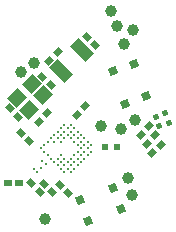
<source format=gtp>
%FSLAX24Y24*%
%MOIN*%
G70*
G01*
G75*
G04 Layer_Color=8421504*
%ADD10C,0.0500*%
%ADD11C,0.0060*%
G04:AMPARAMS|DCode=12|XSize=19.7mil|YSize=23.6mil|CornerRadius=0mil|HoleSize=0mil|Usage=FLASHONLY|Rotation=225.000|XOffset=0mil|YOffset=0mil|HoleType=Round|Shape=Rectangle|*
%AMROTATEDRECTD12*
4,1,4,-0.0014,0.0153,0.0153,-0.0014,0.0014,-0.0153,-0.0153,0.0014,-0.0014,0.0153,0.0*
%
%ADD12ROTATEDRECTD12*%

G04:AMPARAMS|DCode=13|XSize=21.7mil|YSize=23.6mil|CornerRadius=0mil|HoleSize=0mil|Usage=FLASHONLY|Rotation=135.000|XOffset=0mil|YOffset=0mil|HoleType=Round|Shape=Rectangle|*
%AMROTATEDRECTD13*
4,1,4,0.0160,0.0007,-0.0007,-0.0160,-0.0160,-0.0007,0.0007,0.0160,0.0160,0.0007,0.0*
%
%ADD13ROTATEDRECTD13*%

%ADD14C,0.0394*%
G04:AMPARAMS|DCode=15|XSize=19.7mil|YSize=23.6mil|CornerRadius=0mil|HoleSize=0mil|Usage=FLASHONLY|Rotation=135.000|XOffset=0mil|YOffset=0mil|HoleType=Round|Shape=Rectangle|*
%AMROTATEDRECTD15*
4,1,4,0.0153,0.0014,-0.0014,-0.0153,-0.0153,-0.0014,0.0014,0.0153,0.0153,0.0014,0.0*
%
%ADD15ROTATEDRECTD15*%

%ADD16R,0.0236X0.0197*%
%ADD17C,0.0310*%
G04:AMPARAMS|DCode=18|XSize=39.4mil|YSize=70.9mil|CornerRadius=0mil|HoleSize=0mil|Usage=FLASHONLY|Rotation=45.000|XOffset=0mil|YOffset=0mil|HoleType=Round|Shape=Rectangle|*
%AMROTATEDRECTD18*
4,1,4,0.0111,-0.0390,-0.0390,0.0111,-0.0111,0.0390,0.0390,-0.0111,0.0111,-0.0390,0.0*
%
%ADD18ROTATEDRECTD18*%

G04:AMPARAMS|DCode=19|XSize=47.2mil|YSize=43.3mil|CornerRadius=0mil|HoleSize=0mil|Usage=FLASHONLY|Rotation=45.000|XOffset=0mil|YOffset=0mil|HoleType=Round|Shape=Rectangle|*
%AMROTATEDRECTD19*
4,1,4,-0.0014,-0.0320,-0.0320,-0.0014,0.0014,0.0320,0.0320,0.0014,-0.0014,-0.0320,0.0*
%
%ADD19ROTATEDRECTD19*%

%ADD20C,0.0071*%
%ADD21P,0.0251X4X65.0*%
%ADD22R,0.0256X0.0197*%
%ADD23C,0.0087*%
G04:AMPARAMS|DCode=24|XSize=25.6mil|YSize=27.6mil|CornerRadius=0mil|HoleSize=0mil|Usage=FLASHONLY|Rotation=110.000|XOffset=0mil|YOffset=0mil|HoleType=Round|Shape=Rectangle|*
%AMROTATEDRECTD24*
4,1,4,0.0173,-0.0073,-0.0086,-0.0167,-0.0173,0.0073,0.0086,0.0167,0.0173,-0.0073,0.0*
%
%ADD24ROTATEDRECTD24*%

G04:AMPARAMS|DCode=25|XSize=25.6mil|YSize=27.6mil|CornerRadius=0mil|HoleSize=0mil|Usage=FLASHONLY|Rotation=20.000|XOffset=0mil|YOffset=0mil|HoleType=Round|Shape=Rectangle|*
%AMROTATEDRECTD25*
4,1,4,-0.0073,-0.0173,-0.0167,0.0086,0.0073,0.0173,0.0167,-0.0086,-0.0073,-0.0173,0.0*
%
%ADD25ROTATEDRECTD25*%

%ADD26C,0.0100*%
%ADD27C,0.0150*%
%ADD28C,0.0050*%
%ADD29C,0.0080*%
%ADD30C,0.0090*%
%ADD31C,0.0200*%
%ADD32P,0.0835X4X335.0*%
%ADD33C,0.0591*%
%ADD34C,0.0390*%
%ADD35C,0.0240*%
%ADD36C,0.0100*%
%ADD37P,0.1771X4X290.0*%
%ADD38C,0.0059*%
%ADD39C,0.0079*%
%ADD40C,0.0039*%
%ADD41C,0.0070*%
D12*
X-1109Y-2321D02*
D03*
X-831Y-2599D02*
D03*
X-416Y-2619D02*
D03*
X-694Y-2341D02*
D03*
X-169Y-2381D02*
D03*
X109Y-2659D02*
D03*
X-1550Y-109D02*
D03*
X-1829Y170D02*
D03*
X-747Y1223D02*
D03*
X-468Y945D02*
D03*
X-1183Y-929D02*
D03*
X-1461Y-650D02*
D03*
X731Y2549D02*
D03*
X1009Y2271D02*
D03*
D13*
X2731Y-1009D02*
D03*
X3009Y-731D02*
D03*
X2531Y-699D02*
D03*
X2809Y-421D02*
D03*
X2921Y-1319D02*
D03*
X3199Y-1041D02*
D03*
D14*
X2100Y-2140D02*
D03*
X2360Y-220D02*
D03*
X-640Y-3500D02*
D03*
X-1440Y1390D02*
D03*
X-1030Y1690D02*
D03*
X1560Y3420D02*
D03*
X2290Y2770D02*
D03*
X1760Y2920D02*
D03*
X1980Y2310D02*
D03*
X1200Y-430D02*
D03*
X1890Y-500D02*
D03*
X2240Y-2730D02*
D03*
D15*
X-576Y12D02*
D03*
X-855Y-266D02*
D03*
X415Y-33D02*
D03*
X693Y245D02*
D03*
X-231Y2039D02*
D03*
X-509Y1761D02*
D03*
D16*
X1353Y-1100D02*
D03*
X1747Y-1100D02*
D03*
D18*
X-108Y1432D02*
D03*
X588Y2128D02*
D03*
D19*
X-714Y603D02*
D03*
X-1103Y992D02*
D03*
X-1187Y129D02*
D03*
X-1577Y519D02*
D03*
D20*
X879Y-1276D02*
D03*
X767Y-1387D02*
D03*
X656Y-1499D02*
D03*
X545Y-1610D02*
D03*
X433Y-1721D02*
D03*
X322Y-1833D02*
D03*
X211Y-1944D02*
D03*
X879Y-1053D02*
D03*
X767Y-1164D02*
D03*
X656Y-1276D02*
D03*
X545Y-1387D02*
D03*
X433Y-1499D02*
D03*
X322Y-1610D02*
D03*
X211Y-1721D02*
D03*
X99Y-1833D02*
D03*
X-12Y-1944D02*
D03*
X767Y-942D02*
D03*
X656Y-1053D02*
D03*
X545Y-1164D02*
D03*
X433Y-1276D02*
D03*
X322Y-1387D02*
D03*
X211Y-1499D02*
D03*
X99Y-1610D02*
D03*
X-12Y-1721D02*
D03*
X-123Y-1833D02*
D03*
X656Y-830D02*
D03*
X545Y-942D02*
D03*
X433Y-1053D02*
D03*
X-12Y-1499D02*
D03*
X-123Y-1610D02*
D03*
X-235Y-1721D02*
D03*
X545Y-719D02*
D03*
X433Y-830D02*
D03*
X322Y-942D02*
D03*
X-123Y-1387D02*
D03*
X-235Y-1499D02*
D03*
X-346Y-1610D02*
D03*
X433Y-608D02*
D03*
X322Y-719D02*
D03*
X211Y-830D02*
D03*
X-457Y-1499D02*
D03*
X322Y-496D02*
D03*
X211Y-608D02*
D03*
X99Y-719D02*
D03*
X-12Y-830D02*
D03*
X-123Y-942D02*
D03*
X-569Y-1387D02*
D03*
X211Y-385D02*
D03*
X99Y-496D02*
D03*
X-12Y-608D02*
D03*
X-123Y-719D02*
D03*
X-235Y-830D02*
D03*
X-346Y-942D02*
D03*
X-680Y-1276D02*
D03*
X-12Y-385D02*
D03*
X-123Y-496D02*
D03*
X-235Y-608D02*
D03*
X-346Y-719D02*
D03*
X-457Y-830D02*
D03*
X-569Y-942D02*
D03*
X-680Y-1053D02*
D03*
X-792Y-1164D02*
D03*
D21*
X3464Y-310D02*
D03*
X3350Y4D02*
D03*
X3036Y-110D02*
D03*
X3150Y-424D02*
D03*
D22*
X-1513Y-2300D02*
D03*
X-1887D02*
D03*
D23*
X-750Y-1568D02*
D03*
X-638Y-1679D02*
D03*
X-1028Y-1846D02*
D03*
X-777Y-1818D02*
D03*
X-917Y-1957D02*
D03*
D24*
X2323Y1664D02*
D03*
X1620Y1408D02*
D03*
X2720Y572D02*
D03*
X2017Y316D02*
D03*
D25*
X1864Y-3193D02*
D03*
X1608Y-2490D02*
D03*
X772Y-3590D02*
D03*
X516Y-2887D02*
D03*
M02*

</source>
